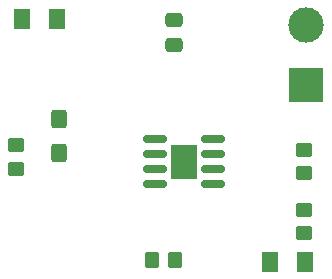
<source format=gbr>
%TF.GenerationSoftware,KiCad,Pcbnew,(6.0.10)*%
%TF.CreationDate,2023-02-16T14:18:23-08:00*%
%TF.ProjectId,Exercise2,45786572-6369-4736-9532-2e6b69636164,rev?*%
%TF.SameCoordinates,Original*%
%TF.FileFunction,Soldermask,Top*%
%TF.FilePolarity,Negative*%
%FSLAX46Y46*%
G04 Gerber Fmt 4.6, Leading zero omitted, Abs format (unit mm)*
G04 Created by KiCad (PCBNEW (6.0.10)) date 2023-02-16 14:18:23*
%MOMM*%
%LPD*%
G01*
G04 APERTURE LIST*
G04 Aperture macros list*
%AMRoundRect*
0 Rectangle with rounded corners*
0 $1 Rounding radius*
0 $2 $3 $4 $5 $6 $7 $8 $9 X,Y pos of 4 corners*
0 Add a 4 corners polygon primitive as box body*
4,1,4,$2,$3,$4,$5,$6,$7,$8,$9,$2,$3,0*
0 Add four circle primitives for the rounded corners*
1,1,$1+$1,$2,$3*
1,1,$1+$1,$4,$5*
1,1,$1+$1,$6,$7*
1,1,$1+$1,$8,$9*
0 Add four rect primitives between the rounded corners*
20,1,$1+$1,$2,$3,$4,$5,0*
20,1,$1+$1,$4,$5,$6,$7,0*
20,1,$1+$1,$6,$7,$8,$9,0*
20,1,$1+$1,$8,$9,$2,$3,0*%
G04 Aperture macros list end*
%ADD10RoundRect,0.250000X0.450000X-0.350000X0.450000X0.350000X-0.450000X0.350000X-0.450000X-0.350000X0*%
%ADD11RoundRect,0.250000X0.475000X-0.337500X0.475000X0.337500X-0.475000X0.337500X-0.475000X-0.337500X0*%
%ADD12RoundRect,0.250000X-0.450000X0.350000X-0.450000X-0.350000X0.450000X-0.350000X0.450000X0.350000X0*%
%ADD13RoundRect,0.150000X-0.825000X-0.150000X0.825000X-0.150000X0.825000X0.150000X-0.825000X0.150000X0*%
%ADD14R,2.290000X3.000000*%
%ADD15RoundRect,0.250001X-0.462499X-0.624999X0.462499X-0.624999X0.462499X0.624999X-0.462499X0.624999X0*%
%ADD16RoundRect,0.250001X0.462499X0.624999X-0.462499X0.624999X-0.462499X-0.624999X0.462499X-0.624999X0*%
%ADD17RoundRect,0.250000X0.350000X0.450000X-0.350000X0.450000X-0.350000X-0.450000X0.350000X-0.450000X0*%
%ADD18R,3.000000X3.000000*%
%ADD19C,3.000000*%
%ADD20RoundRect,0.250000X0.425000X-0.537500X0.425000X0.537500X-0.425000X0.537500X-0.425000X-0.537500X0*%
G04 APERTURE END LIST*
D10*
%TO.C,R4*%
X94990000Y-94610000D03*
X94990000Y-92610000D03*
%TD*%
D11*
%TO.C,C2*%
X108320000Y-84077500D03*
X108320000Y-82002500D03*
%TD*%
D12*
%TO.C,R1*%
X119380000Y-92980000D03*
X119380000Y-94980000D03*
%TD*%
D13*
%TO.C,U1*%
X106745000Y-92075000D03*
X106745000Y-93345000D03*
X106745000Y-94615000D03*
X106745000Y-95885000D03*
X111695000Y-95885000D03*
X111695000Y-94615000D03*
X111695000Y-93345000D03*
X111695000Y-92075000D03*
D14*
X109220000Y-93980000D03*
%TD*%
D15*
%TO.C,D1*%
X116482500Y-102480000D03*
X119457500Y-102480000D03*
%TD*%
D16*
%TO.C,D2*%
X98465000Y-81880000D03*
X95490000Y-81880000D03*
%TD*%
D17*
%TO.C,R3*%
X108450000Y-102320000D03*
X106450000Y-102320000D03*
%TD*%
D12*
%TO.C,R2*%
X119380000Y-98060000D03*
X119380000Y-100060000D03*
%TD*%
D18*
%TO.C,J1*%
X119570000Y-87460000D03*
D19*
X119570000Y-82380000D03*
%TD*%
D20*
%TO.C,C1*%
X98600000Y-93217500D03*
X98600000Y-90342500D03*
%TD*%
M02*

</source>
